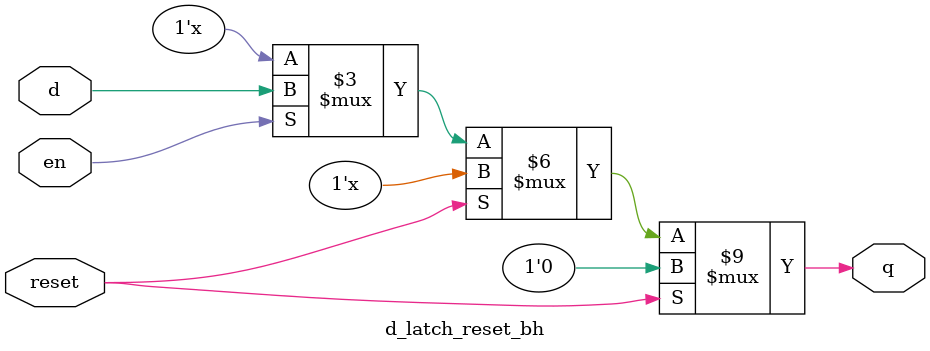
<source format=v>
module d_latch_reset_bh(q,d,en,reset);
  input d,en,reset;
  output reg q;
  always@(d,en,reset) 
    if(reset) q=1'b0;
    else if (en) q=d;
  	else q=q;
  
endmodule
</source>
